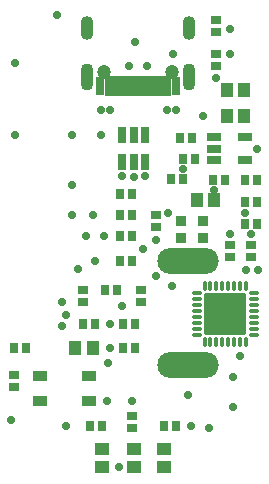
<source format=gts>
G04*
G04 #@! TF.GenerationSoftware,Altium Limited,Altium Designer,21.7.2 (23)*
G04*
G04 Layer_Color=8388736*
%FSLAX25Y25*%
%MOIN*%
G70*
G04*
G04 #@! TF.SameCoordinates,D0A3D993-BCFD-4162-BC10-8A45587FADB4*
G04*
G04*
G04 #@! TF.FilePolarity,Negative*
G04*
G01*
G75*
G04:AMPARAMS|DCode=23|XSize=35.43mil|YSize=31.5mil|CornerRadius=1.58mil|HoleSize=0mil|Usage=FLASHONLY|Rotation=180.000|XOffset=0mil|YOffset=0mil|HoleType=Round|Shape=RoundedRectangle|*
%AMROUNDEDRECTD23*
21,1,0.03543,0.02835,0,0,180.0*
21,1,0.03228,0.03150,0,0,180.0*
1,1,0.00315,-0.01614,0.01417*
1,1,0.00315,0.01614,0.01417*
1,1,0.00315,0.01614,-0.01417*
1,1,0.00315,-0.01614,-0.01417*
%
%ADD23ROUNDEDRECTD23*%
%ADD27R,0.03556X0.03162*%
%ADD28R,0.03162X0.03556*%
%ADD29R,0.03950X0.04737*%
%ADD30R,0.04737X0.03950*%
G04:AMPARAMS|DCode=31|XSize=13.78mil|YSize=31.5mil|CornerRadius=2.46mil|HoleSize=0mil|Usage=FLASHONLY|Rotation=90.000|XOffset=0mil|YOffset=0mil|HoleType=Round|Shape=RoundedRectangle|*
%AMROUNDEDRECTD31*
21,1,0.01378,0.02657,0,0,90.0*
21,1,0.00886,0.03150,0,0,90.0*
1,1,0.00492,0.01329,0.00443*
1,1,0.00492,0.01329,-0.00443*
1,1,0.00492,-0.01329,-0.00443*
1,1,0.00492,-0.01329,0.00443*
%
%ADD31ROUNDEDRECTD31*%
G04:AMPARAMS|DCode=32|XSize=13.78mil|YSize=31.5mil|CornerRadius=2.46mil|HoleSize=0mil|Usage=FLASHONLY|Rotation=180.000|XOffset=0mil|YOffset=0mil|HoleType=Round|Shape=RoundedRectangle|*
%AMROUNDEDRECTD32*
21,1,0.01378,0.02657,0,0,180.0*
21,1,0.00886,0.03150,0,0,180.0*
1,1,0.00492,-0.00443,0.01329*
1,1,0.00492,0.00443,0.01329*
1,1,0.00492,0.00443,-0.01329*
1,1,0.00492,-0.00443,-0.01329*
%
%ADD32ROUNDEDRECTD32*%
G04:AMPARAMS|DCode=33|XSize=141.34mil|YSize=141.34mil|CornerRadius=9.55mil|HoleSize=0mil|Usage=FLASHONLY|Rotation=180.000|XOffset=0mil|YOffset=0mil|HoleType=Round|Shape=RoundedRectangle|*
%AMROUNDEDRECTD33*
21,1,0.14134,0.12224,0,0,180.0*
21,1,0.12224,0.14134,0,0,180.0*
1,1,0.01909,-0.06112,0.06112*
1,1,0.01909,0.06112,0.06112*
1,1,0.01909,0.06112,-0.06112*
1,1,0.01909,-0.06112,-0.06112*
%
%ADD33ROUNDEDRECTD33*%
%ADD34R,0.03465X0.07008*%
%ADD35R,0.02913X0.06457*%
%ADD36R,0.02284X0.07008*%
%ADD37R,0.03162X0.05524*%
%ADD38R,0.04934X0.03359*%
%ADD39R,0.04934X0.03162*%
%ADD40O,0.20485X0.08674*%
%ADD41C,0.04724*%
%ADD42O,0.04331X0.09055*%
%ADD43O,0.04331X0.07874*%
%ADD44C,0.02800*%
D23*
X68142Y88354D02*
D03*
X60858D02*
D03*
X68142Y82646D02*
D03*
X60858D02*
D03*
D27*
X52500Y90469D02*
D03*
Y86532D02*
D03*
X77000Y76531D02*
D03*
Y80468D02*
D03*
X84000Y76531D02*
D03*
Y80468D02*
D03*
X28000Y61532D02*
D03*
Y65469D02*
D03*
X47500Y61532D02*
D03*
Y65469D02*
D03*
X5000Y33031D02*
D03*
Y36968D02*
D03*
X72500Y143968D02*
D03*
Y140032D02*
D03*
Y151532D02*
D03*
Y155468D02*
D03*
X44500Y23469D02*
D03*
Y19532D02*
D03*
D28*
X75468Y102000D02*
D03*
X71531D02*
D03*
X8969Y46000D02*
D03*
X5032D02*
D03*
X55032Y20000D02*
D03*
X58969D02*
D03*
X41532Y54000D02*
D03*
X45469D02*
D03*
X28032D02*
D03*
X31969D02*
D03*
X41532Y46000D02*
D03*
X45469D02*
D03*
X82032Y87500D02*
D03*
X85969D02*
D03*
X82032Y102000D02*
D03*
X85969D02*
D03*
X82032Y94750D02*
D03*
X85969D02*
D03*
X35531Y65500D02*
D03*
X39469D02*
D03*
X40532Y97500D02*
D03*
X44469D02*
D03*
X40532Y90500D02*
D03*
X44469D02*
D03*
X64468Y116000D02*
D03*
X60532D02*
D03*
X44469Y83500D02*
D03*
X40532D02*
D03*
X61532Y109000D02*
D03*
X65469D02*
D03*
X61468Y102500D02*
D03*
X57531D02*
D03*
X40532Y75000D02*
D03*
X44469D02*
D03*
X30531Y20000D02*
D03*
X34468D02*
D03*
D29*
X25547Y46000D02*
D03*
X31453D02*
D03*
X81953Y132000D02*
D03*
X76047D02*
D03*
X81953Y123500D02*
D03*
X76047D02*
D03*
X66047Y95500D02*
D03*
X71953D02*
D03*
D30*
X45000Y6547D02*
D03*
Y12453D02*
D03*
X55000D02*
D03*
Y6547D02*
D03*
X34500Y12453D02*
D03*
Y6547D02*
D03*
D31*
X66102Y64280D02*
D03*
Y62311D02*
D03*
Y60343D02*
D03*
Y58374D02*
D03*
Y56406D02*
D03*
Y54437D02*
D03*
Y52469D02*
D03*
Y50500D02*
D03*
X85000D02*
D03*
Y52469D02*
D03*
Y54437D02*
D03*
Y56406D02*
D03*
Y58374D02*
D03*
Y60343D02*
D03*
Y62311D02*
D03*
Y64280D02*
D03*
D32*
X68661Y47941D02*
D03*
X70630D02*
D03*
X72598D02*
D03*
X74567D02*
D03*
X76535D02*
D03*
X78504D02*
D03*
X80472D02*
D03*
X82441D02*
D03*
Y66839D02*
D03*
X80472D02*
D03*
X78504D02*
D03*
X76535D02*
D03*
X74567D02*
D03*
X72598D02*
D03*
X70630D02*
D03*
X68661D02*
D03*
D33*
X75551Y57390D02*
D03*
D34*
X55949Y133280D02*
D03*
X37051D02*
D03*
D35*
X59098D02*
D03*
X33902D02*
D03*
D36*
X53390D02*
D03*
X51421D02*
D03*
X49453D02*
D03*
X39610D02*
D03*
X41579D02*
D03*
X43547D02*
D03*
X45516D02*
D03*
X47484D02*
D03*
D37*
X41260Y107972D02*
D03*
X45000D02*
D03*
X48740D02*
D03*
Y117028D02*
D03*
X45000D02*
D03*
X41260D02*
D03*
D38*
X30169Y28268D02*
D03*
X13831D02*
D03*
X30169Y36732D02*
D03*
X13831D02*
D03*
D39*
X71784Y116240D02*
D03*
Y112500D02*
D03*
Y108760D02*
D03*
X82217D02*
D03*
Y116240D02*
D03*
D40*
X63000Y40307D02*
D03*
Y74953D02*
D03*
D41*
X57917Y138201D02*
D03*
X35083D02*
D03*
D03*
X57917D02*
D03*
D42*
X29472Y136232D02*
D03*
X63528D02*
D03*
D03*
X29472D02*
D03*
D43*
X63528Y152768D02*
D03*
X29472D02*
D03*
D03*
X63528D02*
D03*
D44*
X84000Y84000D02*
D03*
X77000D02*
D03*
X48000Y79000D02*
D03*
X24500Y90500D02*
D03*
X29000Y83500D02*
D03*
X26500Y72500D02*
D03*
X36500Y41000D02*
D03*
X63000Y30500D02*
D03*
X78000Y36500D02*
D03*
Y26500D02*
D03*
X70000Y19500D02*
D03*
X22500Y20000D02*
D03*
X4000Y22000D02*
D03*
X24500Y100500D02*
D03*
X34000Y117000D02*
D03*
X24500D02*
D03*
X5500D02*
D03*
Y141000D02*
D03*
X19500Y157000D02*
D03*
X68000Y123500D02*
D03*
X72500Y135941D02*
D03*
X77000Y152500D02*
D03*
Y144000D02*
D03*
X82032Y91125D02*
D03*
X71742Y98750D02*
D03*
X61500Y105750D02*
D03*
X56500Y91000D02*
D03*
X45000Y103000D02*
D03*
X31500Y90500D02*
D03*
X32000Y75000D02*
D03*
X41000Y60000D02*
D03*
X37000Y46000D02*
D03*
X64000Y20000D02*
D03*
X36268Y28268D02*
D03*
X44500Y28500D02*
D03*
X80500Y43500D02*
D03*
X40000Y6500D02*
D03*
X37000Y54000D02*
D03*
X35000Y83500D02*
D03*
X85969Y112488D02*
D03*
X57661Y66839D02*
D03*
X86500Y72000D02*
D03*
X82500D02*
D03*
X21000Y53500D02*
D03*
Y61500D02*
D03*
X22500Y57000D02*
D03*
X48740Y103240D02*
D03*
X41260Y103260D02*
D03*
X52500Y70000D02*
D03*
Y82000D02*
D03*
X49500Y140000D02*
D03*
X43500D02*
D03*
X58000Y144000D02*
D03*
X45500Y148000D02*
D03*
X34000Y125500D02*
D03*
X59000D02*
D03*
X37000D02*
D03*
X56000D02*
D03*
M02*

</source>
